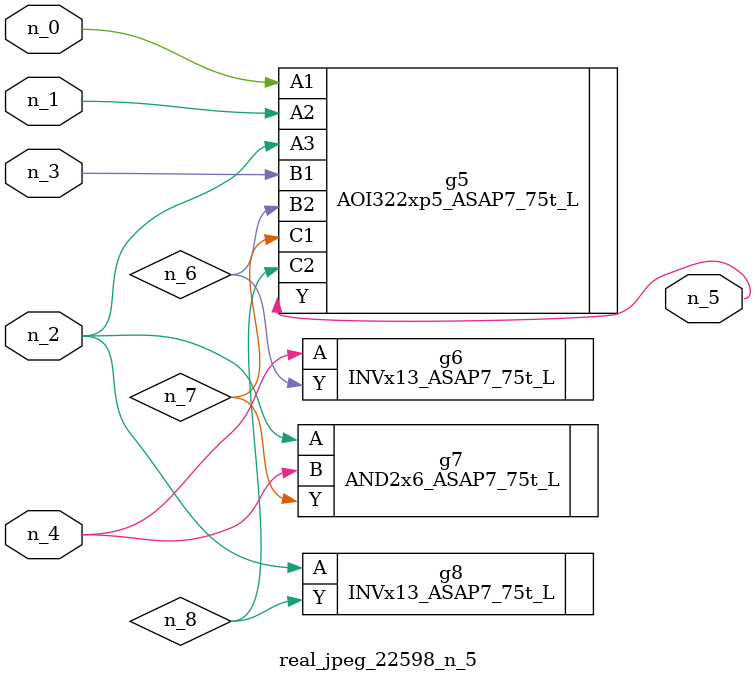
<source format=v>
module real_jpeg_22598_n_5 (n_4, n_0, n_1, n_2, n_3, n_5);

input n_4;
input n_0;
input n_1;
input n_2;
input n_3;

output n_5;

wire n_8;
wire n_6;
wire n_7;

AOI322xp5_ASAP7_75t_L g5 ( 
.A1(n_0),
.A2(n_1),
.A3(n_2),
.B1(n_3),
.B2(n_6),
.C1(n_7),
.C2(n_8),
.Y(n_5)
);

AND2x6_ASAP7_75t_L g7 ( 
.A(n_2),
.B(n_4),
.Y(n_7)
);

INVx13_ASAP7_75t_L g8 ( 
.A(n_2),
.Y(n_8)
);

INVx13_ASAP7_75t_L g6 ( 
.A(n_4),
.Y(n_6)
);


endmodule
</source>
